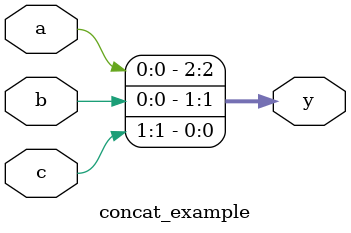
<source format=v>
module concat_example(
    input a,           
    input [1:0] b,     
    input [1:0] c,     
    output [2:0] y     
);

    assign y = {a, b[0], c[1]};

endmodule

</source>
